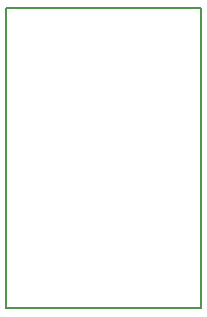
<source format=gbr>
G04 PROTEUS GERBER X2 FILE*
%TF.GenerationSoftware,Labcenter,Proteus,8.5-SP0-Build22067*%
%TF.CreationDate,2020-12-07T21:36:56+00:00*%
%TF.FileFunction,NonPlated,1,16,NPTH*%
%TF.FilePolarity,Positive*%
%TF.Part,Single*%
%FSLAX45Y45*%
%MOMM*%
G01*
%TA.AperFunction,Profile*%
%ADD13C,0.203200*%
D13*
X-3683000Y-381000D02*
X-2032000Y-381000D01*
X-2032000Y+2159000D01*
X-3683000Y+2159000D01*
X-3683000Y-381000D01*
M02*

</source>
